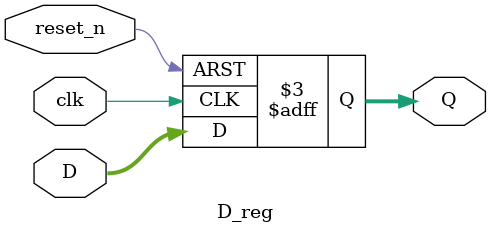
<source format=v>
module D_reg (
	
	input clk,reset_n,
	input [31:0] D,
	output reg [31:0] Q

);

always @ (posedge clk,negedge reset_n)
	
	if (~reset_n)
		Q <= 32'b0;
	else
		Q <= D;

endmodule
</source>
